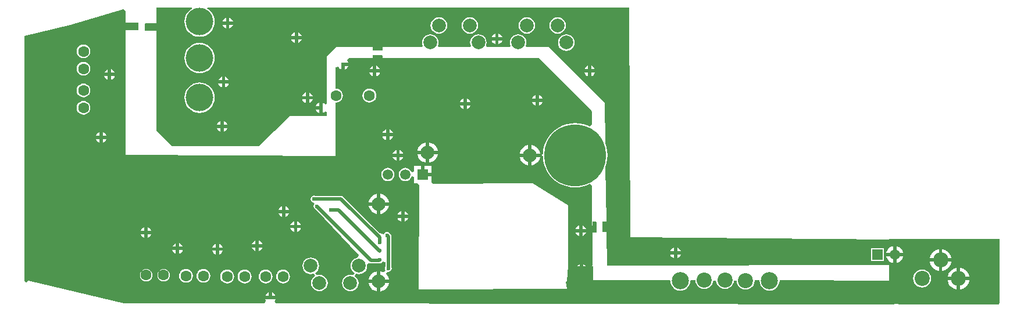
<source format=gbl>
%FSLAX44Y44*%
%MOMM*%
G71*
G01*
G75*
G04 Layer_Physical_Order=2*
G04 Layer_Color=65280*
G04:AMPARAMS|DCode=10|XSize=1.65mm|YSize=1.4mm|CornerRadius=0.175mm|HoleSize=0mm|Usage=FLASHONLY|Rotation=180.000|XOffset=0mm|YOffset=0mm|HoleType=Round|Shape=RoundedRectangle|*
%AMROUNDEDRECTD10*
21,1,1.6500,1.0500,0,0,180.0*
21,1,1.3000,1.4000,0,0,180.0*
1,1,0.3500,-0.6500,0.5250*
1,1,0.3500,0.6500,0.5250*
1,1,0.3500,0.6500,-0.5250*
1,1,0.3500,-0.6500,-0.5250*
%
%ADD10ROUNDEDRECTD10*%
%ADD11R,1.3000X0.9000*%
%ADD12R,0.9000X1.3000*%
%ADD13R,2.0000X3.0000*%
G04:AMPARAMS|DCode=14|XSize=1mm|YSize=1.25mm|CornerRadius=0.25mm|HoleSize=0mm|Usage=FLASHONLY|Rotation=180.000|XOffset=0mm|YOffset=0mm|HoleType=Round|Shape=RoundedRectangle|*
%AMROUNDEDRECTD14*
21,1,1.0000,0.7500,0,0,180.0*
21,1,0.5000,1.2500,0,0,180.0*
1,1,0.5000,-0.2500,0.3750*
1,1,0.5000,0.2500,0.3750*
1,1,0.5000,0.2500,-0.3750*
1,1,0.5000,-0.2500,-0.3750*
%
%ADD14ROUNDEDRECTD14*%
G04:AMPARAMS|DCode=15|XSize=1mm|YSize=1.25mm|CornerRadius=0.25mm|HoleSize=0mm|Usage=FLASHONLY|Rotation=90.000|XOffset=0mm|YOffset=0mm|HoleType=Round|Shape=RoundedRectangle|*
%AMROUNDEDRECTD15*
21,1,1.0000,0.7500,0,0,90.0*
21,1,0.5000,1.2500,0,0,90.0*
1,1,0.5000,0.3750,0.2500*
1,1,0.5000,0.3750,-0.2500*
1,1,0.5000,-0.3750,-0.2500*
1,1,0.5000,-0.3750,0.2500*
%
%ADD15ROUNDEDRECTD15*%
%ADD16R,0.7000X1.3000*%
%ADD17O,0.3000X1.8000*%
%ADD18O,1.8000X0.3000*%
%ADD19O,3.0000X0.8000*%
%ADD20R,3.0000X0.8000*%
G04:AMPARAMS|DCode=21|XSize=3mm|YSize=1.1mm|CornerRadius=0.275mm|HoleSize=0mm|Usage=FLASHONLY|Rotation=90.000|XOffset=0mm|YOffset=0mm|HoleType=Round|Shape=RoundedRectangle|*
%AMROUNDEDRECTD21*
21,1,3.0000,0.5500,0,0,90.0*
21,1,2.4500,1.1000,0,0,90.0*
1,1,0.5500,0.2750,1.2250*
1,1,0.5500,0.2750,-1.2250*
1,1,0.5500,-0.2750,-1.2250*
1,1,0.5500,-0.2750,1.2250*
%
%ADD21ROUNDEDRECTD21*%
%ADD22R,0.6000X2.1500*%
G04:AMPARAMS|DCode=23|XSize=1.65mm|YSize=1.4mm|CornerRadius=0.175mm|HoleSize=0mm|Usage=FLASHONLY|Rotation=90.000|XOffset=0mm|YOffset=0mm|HoleType=Round|Shape=RoundedRectangle|*
%AMROUNDEDRECTD23*
21,1,1.6500,1.0500,0,0,90.0*
21,1,1.3000,1.4000,0,0,90.0*
1,1,0.3500,0.5250,0.6500*
1,1,0.3500,0.5250,-0.6500*
1,1,0.3500,-0.5250,-0.6500*
1,1,0.3500,-0.5250,0.6500*
%
%ADD23ROUNDEDRECTD23*%
%ADD24C,1.5000*%
%ADD25C,0.5000*%
%ADD26C,0.3000*%
%ADD27C,1.0000*%
%ADD28C,0.7000*%
%ADD29C,2.2000*%
%ADD30C,9.0000*%
%ADD31C,2.0000*%
%ADD32C,1.6000*%
%ADD33C,1.5000*%
%ADD34R,1.5000X1.5000*%
%ADD35C,4.0000*%
%ADD36C,2.5000*%
%ADD37C,0.6000*%
G36*
X1136000Y379000D02*
X1136000D01*
X1136000Y379000D01*
Y364000D01*
X1131195D01*
X1129791Y365424D01*
X1130000Y380000D01*
X1135586D01*
X1136000Y379000D01*
D02*
G37*
G36*
X1185000Y357000D02*
X1562264Y354098D01*
X1562267Y355000D01*
X1723000D01*
Y262000D01*
X1722200Y259000D01*
X1581725D01*
X1569771Y259606D01*
X1569169Y259005D01*
X669163Y260606D01*
X667397Y264196D01*
X667988Y264965D01*
X668624Y266500D01*
X653376D01*
X654012Y264965D01*
X654583Y264221D01*
X652811Y260636D01*
X448000Y261000D01*
X309000Y294000D01*
X306000Y291000D01*
X303000Y294000D01*
Y651000D01*
X370000Y667000D01*
X446791Y690037D01*
X450000Y687650D01*
Y671000D01*
X469000D01*
Y660000D01*
X450000D01*
Y478000D01*
X756000Y476000D01*
Y553587D01*
X756600Y554113D01*
X759211Y554457D01*
X761643Y555464D01*
X763732Y557067D01*
X765335Y559156D01*
X766343Y561589D01*
X766686Y564199D01*
X766343Y566810D01*
X765335Y569243D01*
X763732Y571331D01*
X761643Y572934D01*
X759211Y573942D01*
X756600Y574286D01*
X756000Y574812D01*
Y605400D01*
X759923Y606180D01*
X760012Y605965D01*
X761294Y604294D01*
X762965Y603012D01*
X764500Y602376D01*
Y610000D01*
X767000D01*
Y612500D01*
X774624D01*
X773988Y614035D01*
X772931Y615412D01*
X773740Y617053D01*
X775234Y619000D01*
X810000D01*
Y623000D01*
X824000D01*
X825000Y622000D01*
Y619000D01*
X1052000D01*
X1129000Y541000D01*
X1129087Y521319D01*
X1125695Y519199D01*
X1123025Y520516D01*
X1117191Y522496D01*
X1111148Y523698D01*
X1105000Y524101D01*
X1098852Y523698D01*
X1092809Y522496D01*
X1086975Y520516D01*
X1081450Y517790D01*
X1076327Y514368D01*
X1071695Y510305D01*
X1067632Y505673D01*
X1064210Y500550D01*
X1061485Y495025D01*
X1059504Y489191D01*
X1058302Y483148D01*
X1057971Y478093D01*
X1056339Y478066D01*
Y475934D01*
X1057971Y475907D01*
X1058302Y470852D01*
X1059504Y464809D01*
X1061485Y458975D01*
X1064210Y453450D01*
X1067632Y448327D01*
X1071695Y443695D01*
X1076327Y439632D01*
X1081450Y436209D01*
X1086975Y433484D01*
X1092809Y431504D01*
X1098852Y430302D01*
X1105000Y429899D01*
X1111148Y430302D01*
X1117191Y431504D01*
X1123025Y433484D01*
X1126075Y434989D01*
X1129476Y432884D01*
X1129987Y316835D01*
X1128393Y315233D01*
X1130417D01*
X1130417Y315233D01*
X1130417Y315233D01*
X1131000Y315037D01*
Y294917D01*
X1242776Y294684D01*
X1243375Y294000D01*
X1243873Y290215D01*
X1245334Y286687D01*
X1247658Y283659D01*
X1250687Y281334D01*
X1254215Y279873D01*
X1258000Y279375D01*
X1261785Y279873D01*
X1265313Y281334D01*
X1268342Y283659D01*
X1270666Y286687D01*
X1272127Y290215D01*
X1272625Y294000D01*
X1273171Y294621D01*
X1279940Y294607D01*
X1280335Y291606D01*
X1281644Y288444D01*
X1283728Y285728D01*
X1286444Y283645D01*
X1289606Y282335D01*
X1293000Y281888D01*
X1296394Y282335D01*
X1299556Y283645D01*
X1302272Y285728D01*
X1304355Y288444D01*
X1305665Y291606D01*
X1306000Y294148D01*
X1310000D01*
X1310335Y291606D01*
X1311644Y288444D01*
X1313728Y285728D01*
X1316444Y283645D01*
X1319606Y282335D01*
X1323000Y281888D01*
X1326394Y282335D01*
X1329556Y283645D01*
X1332272Y285728D01*
X1334355Y288444D01*
X1335665Y291606D01*
X1335934Y293648D01*
X1339934D01*
X1340335Y290606D01*
X1341644Y287444D01*
X1343728Y284728D01*
X1346444Y282645D01*
X1349606Y281335D01*
X1353000Y280888D01*
X1356394Y281335D01*
X1359556Y282645D01*
X1362272Y284728D01*
X1364355Y287444D01*
X1365665Y290606D01*
X1366112Y294000D01*
X1366488Y294427D01*
X1373013Y294414D01*
X1373375Y294000D01*
X1373873Y290215D01*
X1375334Y286687D01*
X1377659Y283659D01*
X1380688Y281334D01*
X1384215Y279873D01*
X1388000Y279375D01*
X1391785Y279873D01*
X1395313Y281334D01*
X1398342Y283659D01*
X1400666Y286687D01*
X1402127Y290215D01*
X1402625Y294000D01*
X1402934Y294352D01*
X1562095Y294021D01*
X1562160Y316972D01*
X1151000Y316000D01*
X1150378Y365378D01*
X1150000Y365000D01*
X1145000D01*
Y380000D01*
X1150193D01*
X1149173Y460913D01*
X1150496Y464809D01*
X1151698Y470852D01*
X1152101Y477000D01*
X1151698Y483148D01*
X1150496Y489191D01*
X1148752Y494328D01*
X1148000Y554000D01*
X1067000Y635000D01*
X1034096D01*
X1032985Y636663D01*
X1033691Y638368D01*
X1034104Y641500D01*
X1033691Y644633D01*
X1032482Y647552D01*
X1030559Y650059D01*
X1028052Y651982D01*
X1025133Y653191D01*
X1022000Y653604D01*
X1018867Y653191D01*
X1015948Y651982D01*
X1013442Y650059D01*
X1011518Y647552D01*
X1010309Y644633D01*
X1009896Y641500D01*
X1010309Y638368D01*
X1011015Y636663D01*
X1009904Y635000D01*
X976096D01*
X974985Y636663D01*
X975691Y638368D01*
X976104Y641500D01*
X975691Y644633D01*
X974482Y647552D01*
X972558Y650059D01*
X970052Y651982D01*
X967133Y653191D01*
X964000Y653604D01*
X960867Y653191D01*
X957948Y651982D01*
X955441Y650059D01*
X953518Y647552D01*
X952309Y644633D01*
X951896Y641500D01*
X952309Y638368D01*
X953015Y636663D01*
X951904Y635000D01*
X906096D01*
X904985Y636663D01*
X905691Y638368D01*
X906104Y641500D01*
X905691Y644633D01*
X904482Y647552D01*
X902559Y650059D01*
X900052Y651982D01*
X897133Y653191D01*
X894000Y653604D01*
X890867Y653191D01*
X887948Y651982D01*
X885442Y650059D01*
X883518Y647552D01*
X882309Y644633D01*
X881897Y641500D01*
X882309Y638368D01*
X883015Y636663D01*
X881904Y635000D01*
X825000D01*
Y630000D01*
X810000D01*
Y635000D01*
X757000D01*
X743000Y621000D01*
Y551827D01*
X741106Y551184D01*
X740706Y551706D01*
X739035Y552988D01*
X737500Y553624D01*
Y546000D01*
Y538376D01*
X739035Y539012D01*
X740706Y540294D01*
X741106Y540816D01*
X743000Y540173D01*
Y534000D01*
X690000D01*
X644000Y490000D01*
X518000D01*
X495000Y513000D01*
Y659718D01*
X494282Y659000D01*
X478000D01*
Y669000D01*
X479000Y670000D01*
X495000D01*
Y693000D01*
X546503D01*
X546989Y691060D01*
X545718Y690381D01*
X542368Y687631D01*
X539619Y684281D01*
X537576Y680460D01*
X536318Y676312D01*
X535893Y672000D01*
X536318Y667687D01*
X537576Y663540D01*
X539619Y659718D01*
X542368Y656368D01*
X545718Y653619D01*
X549540Y651576D01*
X553687Y650318D01*
X558000Y649893D01*
X562313Y650318D01*
X566460Y651576D01*
X570281Y653619D01*
X573631Y656368D01*
X576381Y659718D01*
X578423Y663540D01*
X579681Y667687D01*
X580106Y672000D01*
X579681Y676312D01*
X578423Y680460D01*
X576381Y684281D01*
X573631Y687631D01*
X570281Y690381D01*
X569011Y691060D01*
X569496Y693000D01*
X1184000D01*
X1185000Y357000D01*
D02*
G37*
%LPC*%
G36*
X695500Y370500D02*
X690376D01*
X691012Y368965D01*
X692294Y367294D01*
X693966Y366012D01*
X695500Y365376D01*
Y370500D01*
D02*
G37*
G36*
X1110500Y364500D02*
X1105376D01*
X1106012Y362966D01*
X1107294Y361294D01*
X1108966Y360012D01*
X1110500Y359376D01*
Y364500D01*
D02*
G37*
G36*
X1120624D02*
X1115500D01*
Y359376D01*
X1117035Y360012D01*
X1118706Y361294D01*
X1119988Y362966D01*
X1120624Y364500D01*
D02*
G37*
G36*
X1110500Y374624D02*
X1108966Y373988D01*
X1107294Y372706D01*
X1106012Y371035D01*
X1105376Y369500D01*
X1110500D01*
Y374624D01*
D02*
G37*
G36*
X1115500D02*
Y369500D01*
X1120624D01*
X1119988Y371035D01*
X1118706Y372706D01*
X1117035Y373988D01*
X1115500Y374624D01*
D02*
G37*
G36*
X482500Y371624D02*
Y366500D01*
X487624D01*
X486988Y368035D01*
X485706Y369706D01*
X484035Y370988D01*
X482500Y371624D01*
D02*
G37*
G36*
X705624Y370500D02*
X700500D01*
Y365376D01*
X702035Y366012D01*
X703706Y367294D01*
X704988Y368965D01*
X705624Y370500D01*
D02*
G37*
G36*
X477500Y371624D02*
X475965Y370988D01*
X474294Y369706D01*
X473012Y368035D01*
X472376Y366500D01*
X477500D01*
Y371624D01*
D02*
G37*
G36*
X523500Y348624D02*
X521965Y347988D01*
X520294Y346706D01*
X519012Y345034D01*
X518376Y343500D01*
X523500D01*
Y348624D01*
D02*
G37*
G36*
X528500D02*
Y343500D01*
X533624D01*
X532988Y345034D01*
X531706Y346706D01*
X530034Y347988D01*
X528500Y348624D01*
D02*
G37*
G36*
X586500Y347624D02*
Y342500D01*
X591624D01*
X590988Y344035D01*
X589706Y345706D01*
X588035Y346988D01*
X586500Y347624D01*
D02*
G37*
G36*
X649624Y342500D02*
X644500D01*
Y337376D01*
X646034Y338012D01*
X647706Y339294D01*
X648988Y340965D01*
X649624Y342500D01*
D02*
G37*
G36*
X581500Y347624D02*
X579966Y346988D01*
X578295Y345706D01*
X577012Y344035D01*
X576377Y342500D01*
X581500D01*
Y347624D01*
D02*
G37*
G36*
X477500Y361500D02*
X472376D01*
X473012Y359966D01*
X474294Y358294D01*
X475965Y357012D01*
X477500Y356376D01*
Y361500D01*
D02*
G37*
G36*
X487624D02*
X482500D01*
Y356376D01*
X484035Y357012D01*
X485706Y358294D01*
X486988Y359966D01*
X487624Y361500D01*
D02*
G37*
G36*
X644500Y352624D02*
Y347500D01*
X649624D01*
X648988Y349035D01*
X647706Y350706D01*
X646034Y351988D01*
X644500Y352624D01*
D02*
G37*
G36*
X1567900Y344279D02*
X1567137Y344178D01*
X1565563Y343526D01*
D01*
X1564096Y342919D01*
X1561485Y340915D01*
X1559481Y338304D01*
X1558222Y335263D01*
X1558121Y334500D01*
X1567900D01*
Y344279D01*
D02*
G37*
G36*
X639500Y352624D02*
X637966Y351988D01*
X636294Y350706D01*
X635012Y349035D01*
X634376Y347500D01*
X639500D01*
Y352624D01*
D02*
G37*
G36*
X816500Y420826D02*
X816059Y420783D01*
X813232Y419925D01*
X810626Y418532D01*
X808342Y416658D01*
X806468Y414374D01*
X805075Y411768D01*
X804217Y408941D01*
X804174Y408500D01*
X816500D01*
Y420826D01*
D02*
G37*
G36*
X821500D02*
Y408500D01*
X833826D01*
X833783Y408941D01*
X832925Y411768D01*
X831532Y414374D01*
X829658Y416658D01*
X827374Y418532D01*
X824768Y419925D01*
X821941Y420783D01*
X821500Y420826D01*
D02*
G37*
G36*
X678000Y402624D02*
X676465Y401988D01*
X674794Y400706D01*
X673512Y399035D01*
X672876Y397500D01*
X678000D01*
Y402624D01*
D02*
G37*
G36*
X683000D02*
Y397500D01*
X688123D01*
X687488Y399035D01*
X686206Y400706D01*
X684534Y401988D01*
X683000Y402624D01*
D02*
G37*
G36*
X832200Y458582D02*
X829720Y458256D01*
X827409Y457299D01*
X825424Y455776D01*
X823902Y453791D01*
X822944Y451480D01*
X822618Y449000D01*
X822944Y446520D01*
X823902Y444209D01*
X825424Y442225D01*
X827409Y440702D01*
X829720Y439745D01*
X832200Y439418D01*
X834680Y439745D01*
X836991Y440702D01*
X838975Y442225D01*
X840498Y444209D01*
X841455Y446520D01*
X841782Y449000D01*
X841455Y451480D01*
X840498Y453791D01*
X838975Y455776D01*
X836991Y457299D01*
X834680Y458256D01*
X832200Y458582D01*
D02*
G37*
G36*
X1036500Y474500D02*
X1024174D01*
X1024217Y474059D01*
X1025075Y471232D01*
X1026468Y468626D01*
X1028342Y466342D01*
X1030626Y464468D01*
X1033232Y463075D01*
X1036059Y462217D01*
X1036500Y462174D01*
Y474500D01*
D02*
G37*
G36*
X1053826D02*
X1041500D01*
Y462174D01*
X1041941Y462217D01*
X1044768Y463075D01*
X1047374Y464468D01*
X1049658Y466342D01*
X1051532Y468626D01*
X1052925Y471232D01*
X1053783Y474059D01*
X1053826Y474500D01*
D02*
G37*
G36*
X895500Y461500D02*
X885500D01*
Y451500D01*
X895500D01*
Y461500D01*
D02*
G37*
G36*
X880500D02*
X870500D01*
Y452933D01*
X866577Y452153D01*
X865898Y453791D01*
X864375Y455776D01*
X862391Y457299D01*
X860080Y458256D01*
X857600Y458582D01*
X855120Y458256D01*
X852809Y457299D01*
X850824Y455776D01*
X849302Y453791D01*
X848344Y451480D01*
X848018Y449000D01*
X848344Y446520D01*
X849302Y444209D01*
X850824Y442225D01*
X852809Y440702D01*
X855120Y439745D01*
X857600Y439418D01*
X860080Y439745D01*
X862391Y440702D01*
X864375Y442225D01*
X865898Y444209D01*
X866577Y445848D01*
X870500Y445067D01*
Y436500D01*
X875172D01*
X877991Y433663D01*
X877000Y281000D01*
X1093000Y282000D01*
X1091468Y291961D01*
X1093139Y293904D01*
X1095000Y315233D01*
Y404000D01*
X1043000Y436000D01*
X898337Y435123D01*
X895500Y437943D01*
Y446500D01*
X883000D01*
Y449000D01*
X880500D01*
Y461500D01*
D02*
G37*
G36*
X833826Y403500D02*
X821500D01*
Y391174D01*
X821941Y391217D01*
X824768Y392075D01*
X827374Y393468D01*
X829658Y395342D01*
X831532Y397626D01*
X832925Y400232D01*
X833783Y403060D01*
X833826Y403500D01*
D02*
G37*
G36*
X851500Y385500D02*
X846376D01*
X847012Y383965D01*
X848294Y382294D01*
X849966Y381012D01*
X851500Y380376D01*
Y385500D01*
D02*
G37*
G36*
X861624D02*
X856500D01*
Y380376D01*
X858035Y381012D01*
X859706Y382294D01*
X860988Y383965D01*
X861624Y385500D01*
D02*
G37*
G36*
X695500Y380624D02*
X693966Y379988D01*
X692294Y378706D01*
X691012Y377034D01*
X690376Y375500D01*
X695500D01*
Y380624D01*
D02*
G37*
G36*
X700500D02*
Y375500D01*
X705624D01*
X704988Y377034D01*
X703706Y378706D01*
X702035Y379988D01*
X700500Y380624D01*
D02*
G37*
G36*
X678000Y392500D02*
X672876D01*
X673512Y390965D01*
X674794Y389294D01*
X676465Y388012D01*
X678000Y387376D01*
Y392500D01*
D02*
G37*
G36*
X856500Y395624D02*
Y390500D01*
X861624D01*
X860988Y392034D01*
X859706Y393706D01*
X858035Y394988D01*
X856500Y395624D01*
D02*
G37*
G36*
X816500Y403500D02*
X804174D01*
X804217Y403060D01*
X805075Y400232D01*
X806468Y397626D01*
X808342Y395342D01*
X810626Y393468D01*
X813232Y392075D01*
X816059Y391217D01*
X816500Y391174D01*
Y403500D01*
D02*
G37*
G36*
X688123Y392500D02*
X683000D01*
Y387376D01*
X684534Y388012D01*
X686206Y389294D01*
X687488Y390965D01*
X688123Y392500D01*
D02*
G37*
G36*
X851500Y395624D02*
X849966Y394988D01*
X848294Y393706D01*
X847012Y392034D01*
X846376Y390500D01*
X851500D01*
Y395624D01*
D02*
G37*
G36*
X639500Y342500D02*
X634376D01*
X635012Y340965D01*
X636294Y339294D01*
X637966Y338012D01*
X639500Y337376D01*
Y342500D01*
D02*
G37*
G36*
X538300Y311086D02*
X535690Y310743D01*
X533257Y309735D01*
X531168Y308132D01*
X529565Y306043D01*
X528557Y303610D01*
X528214Y301000D01*
X528557Y298389D01*
X529565Y295957D01*
X531168Y293868D01*
X533257Y292265D01*
X535690Y291257D01*
X538300Y290914D01*
X540910Y291257D01*
X543343Y292265D01*
X545432Y293868D01*
X547035Y295957D01*
X548043Y298389D01*
X548386Y301000D01*
X548043Y303610D01*
X547035Y306043D01*
X545432Y308132D01*
X543343Y309735D01*
X540910Y310743D01*
X538300Y311086D01*
D02*
G37*
G36*
X563700D02*
X561090Y310743D01*
X558657Y309735D01*
X556568Y308132D01*
X554965Y306043D01*
X553957Y303610D01*
X553614Y301000D01*
X553957Y298389D01*
X554965Y295957D01*
X556568Y293868D01*
X558657Y292265D01*
X561090Y291257D01*
X563700Y290914D01*
X566311Y291257D01*
X568743Y292265D01*
X570832Y293868D01*
X572435Y295957D01*
X573443Y298389D01*
X573786Y301000D01*
X573443Y303610D01*
X572435Y306043D01*
X570832Y308132D01*
X568743Y309735D01*
X566311Y310743D01*
X563700Y311086D01*
D02*
G37*
G36*
X654300Y310086D02*
X651689Y309743D01*
X649257Y308735D01*
X647168Y307132D01*
X645565Y305043D01*
X644557Y302610D01*
X644213Y300000D01*
X644557Y297390D01*
X645565Y294957D01*
X647168Y292868D01*
X649257Y291265D01*
X651689Y290257D01*
X654300Y289914D01*
X656910Y290257D01*
X659343Y291265D01*
X661432Y292868D01*
X663035Y294957D01*
X664042Y297390D01*
X664386Y300000D01*
X664042Y302610D01*
X663035Y305043D01*
X661432Y307132D01*
X659343Y308735D01*
X656910Y309743D01*
X654300Y310086D01*
D02*
G37*
G36*
X679700D02*
X677089Y309743D01*
X674657Y308735D01*
X672568Y307132D01*
X670965Y305043D01*
X669957Y302610D01*
X669613Y300000D01*
X669957Y297390D01*
X670965Y294957D01*
X672568Y292868D01*
X674657Y291265D01*
X677089Y290257D01*
X679700Y289914D01*
X682310Y290257D01*
X684743Y291265D01*
X686832Y292868D01*
X688435Y294957D01*
X689442Y297390D01*
X689786Y300000D01*
X689442Y302610D01*
X688435Y305043D01*
X686832Y307132D01*
X684743Y308735D01*
X682310Y309743D01*
X679700Y310086D01*
D02*
G37*
G36*
X480300Y311078D02*
X477950Y310768D01*
X475761Y309862D01*
X473881Y308419D01*
X472438Y306539D01*
X471531Y304349D01*
X471222Y302000D01*
X471531Y299650D01*
X472438Y297461D01*
X473881Y295581D01*
X475761Y294139D01*
X477950Y293232D01*
X480300Y292922D01*
X482649Y293232D01*
X484839Y294139D01*
X486719Y295581D01*
X488161Y297461D01*
X489068Y299650D01*
X489377Y302000D01*
X489068Y304349D01*
X488161Y306539D01*
X486719Y308419D01*
X484839Y309862D01*
X482649Y310768D01*
X480300Y311078D01*
D02*
G37*
G36*
X1660500Y312831D02*
X1659863Y312768D01*
X1656847Y311854D01*
X1654068Y310368D01*
X1651631Y308368D01*
X1649632Y305932D01*
X1648146Y303153D01*
X1647231Y300137D01*
X1647169Y299500D01*
X1660500D01*
Y312831D01*
D02*
G37*
G36*
X1665500D02*
Y299500D01*
X1678831D01*
X1678768Y300137D01*
X1677853Y303153D01*
X1676368Y305932D01*
X1674368Y308368D01*
X1671932Y310368D01*
X1669152Y311854D01*
X1666136Y312768D01*
X1665500Y312831D01*
D02*
G37*
G36*
X505700Y311078D02*
X503350Y310768D01*
X501161Y309862D01*
X499281Y308419D01*
X497838Y306539D01*
X496931Y304349D01*
X496622Y302000D01*
X496931Y299650D01*
X497838Y297461D01*
X499281Y295581D01*
X501161Y294139D01*
X503350Y293232D01*
X505700Y292922D01*
X508049Y293232D01*
X510239Y294139D01*
X512119Y295581D01*
X513561Y297461D01*
X514468Y299650D01*
X514777Y302000D01*
X514468Y304349D01*
X513561Y306539D01*
X512119Y308419D01*
X510239Y309862D01*
X508049Y310768D01*
X505700Y311078D01*
D02*
G37*
G36*
X816500Y307826D02*
X816059Y307783D01*
X813232Y306925D01*
X810626Y305532D01*
X808342Y303658D01*
X806468Y301374D01*
X805075Y298768D01*
X804217Y295940D01*
X804174Y295500D01*
X816500D01*
Y307826D01*
D02*
G37*
G36*
X623700Y310086D02*
X621089Y309743D01*
X618657Y308735D01*
X616568Y307132D01*
X614965Y305043D01*
X613957Y302610D01*
X613614Y300000D01*
X613957Y297390D01*
X614965Y294957D01*
X616568Y292868D01*
X618657Y291265D01*
X621089Y290257D01*
X623700Y289914D01*
X626310Y290257D01*
X628743Y291265D01*
X630832Y292868D01*
X632435Y294957D01*
X633442Y297390D01*
X633786Y300000D01*
X633442Y302610D01*
X632435Y305043D01*
X630832Y307132D01*
X628743Y308735D01*
X626310Y309743D01*
X623700Y310086D01*
D02*
G37*
G36*
X816500Y290500D02*
X804174D01*
X804217Y290060D01*
X805075Y287232D01*
X806468Y284626D01*
X808342Y282342D01*
X810626Y280468D01*
X813232Y279075D01*
X816059Y278217D01*
X816500Y278174D01*
Y290500D01*
D02*
G37*
G36*
X833826D02*
X821500D01*
Y278174D01*
X821941Y278217D01*
X824768Y279075D01*
X827374Y280468D01*
X829658Y282342D01*
X831532Y284626D01*
X832925Y287232D01*
X833783Y290060D01*
X833826Y290500D01*
D02*
G37*
G36*
X658500Y276624D02*
X656965Y275988D01*
X655294Y274706D01*
X654012Y273034D01*
X653376Y271500D01*
X658500D01*
Y276624D01*
D02*
G37*
G36*
X663500D02*
Y271500D01*
X668624D01*
X667988Y273034D01*
X666706Y274706D01*
X665034Y275988D01*
X663500Y276624D01*
D02*
G37*
G36*
X720000Y327603D02*
X716867Y327191D01*
X713948Y325982D01*
X711441Y324058D01*
X709518Y321552D01*
X708309Y318633D01*
X707896Y315500D01*
X708309Y312367D01*
X709518Y309448D01*
X711441Y306941D01*
X713948Y305018D01*
X716867Y303809D01*
X720000Y303396D01*
X723132Y303809D01*
X724187Y304245D01*
X724297Y304055D01*
Y304055D01*
X726187Y300781D01*
X723942Y299059D01*
X722018Y296552D01*
X720809Y293633D01*
X720397Y290500D01*
X720809Y287367D01*
X722018Y284448D01*
X723942Y281942D01*
X726448Y280018D01*
X729368Y278809D01*
X732500Y278397D01*
X735633Y278809D01*
X738552Y280018D01*
X741059Y281942D01*
X742982Y284448D01*
X744191Y287367D01*
X744604Y290500D01*
X744191Y293633D01*
X742982Y296552D01*
X741059Y299059D01*
X738552Y300982D01*
X735633Y302191D01*
X732500Y302604D01*
X729368Y302191D01*
X728313Y301755D01*
X728203Y301945D01*
Y301946D01*
X726313Y305219D01*
X728558Y306941D01*
X730482Y309448D01*
X731691Y312367D01*
X732103Y315500D01*
X731691Y318633D01*
X730482Y321552D01*
X728558Y324058D01*
X726052Y325982D01*
X723132Y327191D01*
X720000Y327603D01*
D02*
G37*
G36*
X1610000Y310112D02*
X1606606Y309665D01*
X1603444Y308356D01*
X1600728Y306272D01*
X1598645Y303556D01*
X1597335Y300394D01*
X1596888Y297000D01*
X1597335Y293606D01*
X1598645Y290444D01*
X1600728Y287728D01*
X1603444Y285644D01*
X1606606Y284335D01*
X1610000Y283888D01*
X1613394Y284335D01*
X1616556Y285644D01*
X1619272Y287728D01*
X1621356Y290444D01*
X1622666Y293606D01*
X1623112Y297000D01*
X1622666Y300394D01*
X1621356Y303556D01*
X1619272Y306272D01*
X1616556Y308356D01*
X1613394Y309665D01*
X1610000Y310112D01*
D02*
G37*
G36*
X598300Y310086D02*
X595689Y309743D01*
X593257Y308735D01*
X591168Y307132D01*
X589565Y305043D01*
X588557Y302610D01*
X588214Y300000D01*
X588557Y297390D01*
X589565Y294957D01*
X591168Y292868D01*
X593257Y291265D01*
X595689Y290257D01*
X598300Y289914D01*
X600910Y290257D01*
X603343Y291265D01*
X605432Y292868D01*
X607035Y294957D01*
X608042Y297390D01*
X608386Y300000D01*
X608042Y302610D01*
X607035Y305043D01*
X605432Y307132D01*
X603343Y308735D01*
X600910Y309743D01*
X598300Y310086D01*
D02*
G37*
G36*
X1660500Y294500D02*
X1647169D01*
X1647231Y293863D01*
X1648146Y290847D01*
X1649632Y288068D01*
X1651631Y285632D01*
X1654068Y283632D01*
X1656847Y282146D01*
X1659863Y281231D01*
X1660500Y281169D01*
Y294500D01*
D02*
G37*
G36*
X1678831D02*
X1665500D01*
Y281169D01*
X1666136Y281231D01*
X1669152Y282146D01*
X1671932Y283632D01*
X1674368Y285632D01*
X1676368Y288068D01*
X1677853Y290847D01*
X1678768Y293863D01*
X1678831Y294500D01*
D02*
G37*
G36*
X581500Y337500D02*
X576377D01*
X577012Y335966D01*
X578295Y334295D01*
X579966Y333012D01*
X581500Y332377D01*
Y337500D01*
D02*
G37*
G36*
X591624D02*
X586500D01*
Y332377D01*
X588035Y333012D01*
X589706Y334295D01*
X590988Y335966D01*
X591624Y337500D01*
D02*
G37*
G36*
X1248600Y332011D02*
X1243476D01*
X1244112Y330477D01*
X1245394Y328806D01*
X1247066Y327523D01*
X1248600Y326888D01*
Y332011D01*
D02*
G37*
G36*
X1258724D02*
X1253600D01*
Y326888D01*
X1255135Y327523D01*
X1256806Y328806D01*
X1258088Y330477D01*
X1258724Y332011D01*
D02*
G37*
G36*
X523500Y338500D02*
X518376D01*
X519012Y336965D01*
X520294Y335294D01*
X521965Y334012D01*
X523500Y333376D01*
Y338500D01*
D02*
G37*
G36*
X1248600Y342135D02*
X1247066Y341499D01*
X1245394Y340217D01*
X1244112Y338546D01*
X1243476Y337011D01*
X1248600D01*
Y342135D01*
D02*
G37*
G36*
X1253600D02*
Y337011D01*
X1258724D01*
X1258088Y338546D01*
X1256806Y340217D01*
X1255135Y341499D01*
X1253600Y342135D01*
D02*
G37*
G36*
X533624Y338500D02*
X528500D01*
Y333376D01*
X530034Y334012D01*
X531706Y335294D01*
X532988Y336965D01*
X533624Y338500D01*
D02*
G37*
G36*
X1572900Y344279D02*
Y334500D01*
X1582679D01*
X1582578Y335263D01*
X1581319Y338304D01*
X1579315Y340915D01*
X1576704Y342919D01*
X1573663Y344178D01*
X1572900Y344279D01*
D02*
G37*
G36*
X1639500Y339831D02*
Y326500D01*
X1652831D01*
X1652768Y327137D01*
X1651853Y330153D01*
X1650368Y332932D01*
X1648368Y335369D01*
X1645932Y337368D01*
X1643152Y338854D01*
X1640136Y339769D01*
X1639500Y339831D01*
D02*
G37*
G36*
X1652831Y321500D02*
X1639500D01*
Y308169D01*
X1640136Y308232D01*
X1643152Y309147D01*
X1645932Y310632D01*
X1648368Y312632D01*
X1650368Y315068D01*
X1651853Y317848D01*
X1652768Y320864D01*
X1652831Y321500D01*
D02*
G37*
G36*
X1111500Y317624D02*
X1109966Y316988D01*
X1108294Y315706D01*
X1107932Y315233D01*
X1111500D01*
Y317624D01*
D02*
G37*
G36*
X725000Y418098D02*
X723049Y417710D01*
X721395Y416605D01*
X720290Y414951D01*
X719902Y413000D01*
X720290Y411049D01*
X721395Y409395D01*
X723049Y408290D01*
X723049Y408290D01*
X723049D01*
X725395Y406105D01*
X724290Y404451D01*
X723902Y402500D01*
X724290Y400549D01*
X725395Y398895D01*
X727049Y397790D01*
X727264Y397747D01*
X789888Y331179D01*
X788544Y327412D01*
X786868Y327191D01*
X783948Y325982D01*
X781442Y324058D01*
X779518Y321552D01*
X778309Y318633D01*
X777897Y315500D01*
X778309Y312367D01*
X779518Y309448D01*
X781442Y306941D01*
X783687Y305219D01*
X781797Y301946D01*
Y301945D01*
X781687Y301755D01*
X780632Y302191D01*
X777500Y302604D01*
X774367Y302191D01*
X771448Y300982D01*
X768941Y299059D01*
X767018Y296552D01*
X765809Y293633D01*
X765396Y290500D01*
X765809Y287367D01*
X767018Y284448D01*
X768941Y281942D01*
X771448Y280018D01*
X774367Y278809D01*
X777500Y278397D01*
X780632Y278809D01*
X783552Y280018D01*
X786058Y281942D01*
X787982Y284448D01*
X789191Y287367D01*
X789603Y290500D01*
X789191Y293633D01*
X787982Y296552D01*
X786058Y299059D01*
X783813Y300781D01*
X785703Y304055D01*
Y304055D01*
X785813Y304245D01*
X786868Y303809D01*
X790000Y303396D01*
X793133Y303809D01*
X796052Y305018D01*
X798559Y306941D01*
X800482Y309448D01*
X801691Y312367D01*
X802104Y315500D01*
X801782Y317943D01*
X805179Y320056D01*
X805994Y319511D01*
X807750Y319162D01*
X818694D01*
X820000Y318902D01*
X821951Y319290D01*
X823605Y320395D01*
X824584Y321861D01*
X828412Y320700D01*
Y314133D01*
X828290Y313951D01*
X827902Y312000D01*
X828290Y310049D01*
X828921Y309105D01*
X826235Y306141D01*
X824768Y306925D01*
X821941Y307783D01*
X821500Y307826D01*
Y295500D01*
X833826D01*
X833783Y295940D01*
X832925Y298768D01*
X831532Y301374D01*
X829658Y303658D01*
X832416Y307018D01*
X833000Y306902D01*
X834951Y307290D01*
X836605Y308395D01*
X837710Y310049D01*
X838098Y312000D01*
X837710Y313951D01*
X837588Y314133D01*
Y358000D01*
X837239Y359756D01*
X836244Y361244D01*
X835753Y361736D01*
X835710Y361951D01*
X834605Y363605D01*
X832951Y364710D01*
X831000Y365098D01*
X829049Y364710D01*
X827395Y363605D01*
X826290Y361951D01*
X820358Y363131D01*
X767244Y416244D01*
X765756Y417239D01*
X764000Y417588D01*
X727133D01*
X726951Y417710D01*
X725000Y418098D01*
D02*
G37*
G36*
X1634500Y321500D02*
X1621169D01*
X1621231Y320864D01*
X1622146Y317848D01*
X1623632Y315068D01*
X1625631Y312632D01*
X1628068Y310632D01*
X1630847Y309147D01*
X1633863Y308232D01*
X1634500Y308169D01*
Y321500D01*
D02*
G37*
G36*
X1116500Y317624D02*
Y315233D01*
X1120068D01*
X1119706Y315706D01*
X1118035Y316988D01*
X1116500Y317624D01*
D02*
G37*
G36*
X1554500Y341500D02*
X1535500D01*
Y322500D01*
X1554500D01*
Y341500D01*
D02*
G37*
G36*
X1634500Y339831D02*
X1633863Y339769D01*
X1630847Y338854D01*
X1628068Y337368D01*
X1625631Y335369D01*
X1623632Y332932D01*
X1622146Y330153D01*
X1621231Y327137D01*
X1621169Y326500D01*
X1634500D01*
Y339831D01*
D02*
G37*
G36*
X1567900Y329500D02*
X1558121D01*
X1558222Y328737D01*
X1559481Y325696D01*
X1561485Y323085D01*
X1564096Y321081D01*
X1565493Y320503D01*
X1567137Y319822D01*
X1567900Y319721D01*
Y329500D01*
D02*
G37*
G36*
X1582679D02*
X1572900D01*
Y319721D01*
X1573663Y319822D01*
X1576704Y321081D01*
X1579315Y323085D01*
X1581319Y325696D01*
X1582578Y328737D01*
X1582679Y329500D01*
D02*
G37*
G36*
X558000Y641107D02*
X553687Y640682D01*
X549540Y639424D01*
X545718Y637381D01*
X542368Y634632D01*
X539619Y631282D01*
X537576Y627460D01*
X536318Y623313D01*
X535893Y619000D01*
X536318Y614687D01*
X537576Y610540D01*
X539619Y606718D01*
X542368Y603368D01*
X545718Y600619D01*
X549540Y598577D01*
X553687Y597318D01*
X558000Y596894D01*
X562313Y597318D01*
X566460Y598577D01*
X570281Y600619D01*
X573631Y603368D01*
X576381Y606718D01*
X578423Y610540D01*
X579681Y614687D01*
X580106Y619000D01*
X579681Y623313D01*
X578423Y627460D01*
X576381Y631282D01*
X573631Y634632D01*
X570281Y637381D01*
X566460Y639424D01*
X562313Y640682D01*
X558000Y641107D01*
D02*
G37*
G36*
X424500Y602624D02*
X422965Y601988D01*
X421294Y600706D01*
X420012Y599035D01*
X419376Y597500D01*
X424500D01*
Y602624D01*
D02*
G37*
G36*
X1133624Y597500D02*
X1128500D01*
Y592376D01*
X1130034Y593012D01*
X1131706Y594294D01*
X1132988Y595965D01*
X1133624Y597500D01*
D02*
G37*
G36*
X389000Y613386D02*
X386390Y613043D01*
X383957Y612035D01*
X381868Y610432D01*
X380265Y608343D01*
X379257Y605911D01*
X378914Y603300D01*
X379257Y600690D01*
X380265Y598257D01*
X381868Y596168D01*
X383957Y594565D01*
X386390Y593558D01*
X389000Y593214D01*
X391610Y593558D01*
X394043Y594565D01*
X396132Y596168D01*
X397735Y598257D01*
X398743Y600690D01*
X399086Y603300D01*
X398743Y605911D01*
X397735Y608343D01*
X396132Y610432D01*
X394043Y612035D01*
X391610Y613043D01*
X389000Y613386D01*
D02*
G37*
G36*
X429500Y602624D02*
Y597500D01*
X434623D01*
X433988Y599035D01*
X432705Y600706D01*
X431034Y601988D01*
X429500Y602624D01*
D02*
G37*
G36*
X815500Y607624D02*
Y602500D01*
X820624D01*
X819988Y604035D01*
X818706Y605706D01*
X817035Y606988D01*
X815500Y607624D01*
D02*
G37*
G36*
X1123500D02*
X1121965Y606988D01*
X1120294Y605706D01*
X1119012Y604035D01*
X1118376Y602500D01*
X1123500D01*
Y607624D01*
D02*
G37*
G36*
X774624Y607500D02*
X769500D01*
Y602376D01*
X771034Y603012D01*
X772706Y604294D01*
X773988Y605965D01*
X774624Y607500D01*
D02*
G37*
G36*
X810500Y607624D02*
X808966Y606988D01*
X807294Y605706D01*
X806012Y604035D01*
X805376Y602500D01*
X810500D01*
Y607624D01*
D02*
G37*
G36*
X1123500Y597500D02*
X1118376D01*
X1119012Y595965D01*
X1120294Y594294D01*
X1121965Y593012D01*
X1123500Y592376D01*
Y597500D01*
D02*
G37*
G36*
X600624Y581500D02*
X595500D01*
Y576376D01*
X597034Y577012D01*
X598706Y578294D01*
X599988Y579966D01*
X600624Y581500D01*
D02*
G37*
G36*
X590500Y591624D02*
X588965Y590988D01*
X587294Y589706D01*
X586012Y588035D01*
X585376Y586500D01*
X590500D01*
Y591624D01*
D02*
G37*
G36*
X717500Y568624D02*
Y563500D01*
X722624D01*
X721988Y565034D01*
X720706Y566706D01*
X719035Y567988D01*
X717500Y568624D01*
D02*
G37*
G36*
X590500Y581500D02*
X585376D01*
X586012Y579966D01*
X587294Y578294D01*
X588965Y577012D01*
X590500Y576376D01*
Y581500D01*
D02*
G37*
G36*
X595500Y591624D02*
Y586500D01*
X600624D01*
X599988Y588035D01*
X598706Y589706D01*
X597034Y590988D01*
X595500Y591624D01*
D02*
G37*
G36*
X810500Y597500D02*
X805376D01*
X806012Y595965D01*
X807294Y594294D01*
X808966Y593012D01*
X810500Y592376D01*
Y597500D01*
D02*
G37*
G36*
X820624D02*
X815500D01*
Y592376D01*
X817035Y593012D01*
X818706Y594294D01*
X819988Y595965D01*
X820624Y597500D01*
D02*
G37*
G36*
X424500Y592500D02*
X419376D01*
X420012Y590966D01*
X421294Y589295D01*
X422965Y588012D01*
X424500Y587377D01*
Y592500D01*
D02*
G37*
G36*
X434623D02*
X429500D01*
Y587377D01*
X431034Y588012D01*
X432705Y589295D01*
X433988Y590966D01*
X434623Y592500D01*
D02*
G37*
G36*
X951500Y678603D02*
X948367Y678191D01*
X945448Y676982D01*
X942942Y675058D01*
X941018Y672552D01*
X939809Y669632D01*
X939397Y666500D01*
X939809Y663367D01*
X941018Y660448D01*
X942942Y657941D01*
X945448Y656018D01*
X948367Y654809D01*
X951500Y654396D01*
X954633Y654809D01*
X957552Y656018D01*
X960059Y657941D01*
X961982Y660448D01*
X963191Y663367D01*
X963604Y666500D01*
X963191Y669632D01*
X961982Y672552D01*
X960059Y675058D01*
X957552Y676982D01*
X954633Y678191D01*
X951500Y678603D01*
D02*
G37*
G36*
X1034500D02*
X1031367Y678191D01*
X1028448Y676982D01*
X1025941Y675058D01*
X1024018Y672552D01*
X1022809Y669632D01*
X1022396Y666500D01*
X1022809Y663367D01*
X1024018Y660448D01*
X1025941Y657941D01*
X1028448Y656018D01*
X1031367Y654809D01*
X1034500Y654396D01*
X1037633Y654809D01*
X1040552Y656018D01*
X1043058Y657941D01*
X1044982Y660448D01*
X1046191Y663367D01*
X1046603Y666500D01*
X1046191Y669632D01*
X1044982Y672552D01*
X1043058Y675058D01*
X1040552Y676982D01*
X1037633Y678191D01*
X1034500Y678603D01*
D02*
G37*
G36*
X701500Y656624D02*
Y651500D01*
X706624D01*
X705988Y653035D01*
X704706Y654706D01*
X703035Y655988D01*
X701500Y656624D01*
D02*
G37*
G36*
X906500Y678603D02*
X903367Y678191D01*
X900448Y676982D01*
X897941Y675058D01*
X896018Y672552D01*
X894809Y669632D01*
X894396Y666500D01*
X894809Y663367D01*
X896018Y660448D01*
X897941Y657941D01*
X900448Y656018D01*
X903367Y654809D01*
X906500Y654396D01*
X909632Y654809D01*
X912552Y656018D01*
X915058Y657941D01*
X916982Y660448D01*
X918191Y663367D01*
X918604Y666500D01*
X918191Y669632D01*
X916982Y672552D01*
X915058Y675058D01*
X912552Y676982D01*
X909632Y678191D01*
X906500Y678603D01*
D02*
G37*
G36*
X1079500D02*
X1076367Y678191D01*
X1073448Y676982D01*
X1070942Y675058D01*
X1069018Y672552D01*
X1067809Y669632D01*
X1067396Y666500D01*
X1067809Y663367D01*
X1069018Y660448D01*
X1070942Y657941D01*
X1073448Y656018D01*
X1076367Y654809D01*
X1079500Y654396D01*
X1082633Y654809D01*
X1085552Y656018D01*
X1088059Y657941D01*
X1089982Y660448D01*
X1091191Y663367D01*
X1091604Y666500D01*
X1091191Y669632D01*
X1089982Y672552D01*
X1088059Y675058D01*
X1085552Y676982D01*
X1082633Y678191D01*
X1079500Y678603D01*
D02*
G37*
G36*
X596500Y677624D02*
X594966Y676988D01*
X593294Y675706D01*
X592012Y674035D01*
X591376Y672500D01*
X596500D01*
Y677624D01*
D02*
G37*
G36*
X601500D02*
Y672500D01*
X606624D01*
X605988Y674035D01*
X604706Y675706D01*
X603035Y676988D01*
X601500Y677624D01*
D02*
G37*
G36*
X596500Y667500D02*
X591376D01*
X592012Y665965D01*
X593294Y664294D01*
X594966Y663012D01*
X596500Y662376D01*
Y667500D01*
D02*
G37*
G36*
X606624D02*
X601500D01*
Y662376D01*
X603035Y663012D01*
X604706Y664294D01*
X605988Y665965D01*
X606624Y667500D01*
D02*
G37*
G36*
X696500Y656624D02*
X694966Y655988D01*
X693294Y654706D01*
X692012Y653035D01*
X691376Y651500D01*
X696500D01*
Y656624D01*
D02*
G37*
G36*
X1092000Y653604D02*
X1088867Y653191D01*
X1085948Y651982D01*
X1083441Y650059D01*
X1081518Y647552D01*
X1080309Y644633D01*
X1079896Y641500D01*
X1080309Y638368D01*
X1081518Y635448D01*
X1083441Y632942D01*
X1085948Y631018D01*
X1088867Y629809D01*
X1092000Y629397D01*
X1095133Y629809D01*
X1098052Y631018D01*
X1100558Y632942D01*
X1102482Y635448D01*
X1103691Y638368D01*
X1104103Y641500D01*
X1103691Y644633D01*
X1102482Y647552D01*
X1100558Y650059D01*
X1098052Y651982D01*
X1095133Y653191D01*
X1092000Y653604D01*
D02*
G37*
G36*
X988500Y644500D02*
X983376D01*
X984012Y642965D01*
X985294Y641294D01*
X986965Y640012D01*
X988500Y639376D01*
Y644500D01*
D02*
G37*
G36*
X1128500Y607624D02*
Y602500D01*
X1133624D01*
X1132988Y604035D01*
X1131706Y605706D01*
X1130034Y606988D01*
X1128500Y607624D01*
D02*
G37*
G36*
X389000Y638787D02*
X386390Y638443D01*
X383957Y637435D01*
X381868Y635832D01*
X380265Y633743D01*
X379257Y631311D01*
X378914Y628700D01*
X379257Y626090D01*
X380265Y623657D01*
X381868Y621568D01*
X383957Y619965D01*
X386390Y618958D01*
X389000Y618614D01*
X391610Y618958D01*
X394043Y619965D01*
X396132Y621568D01*
X397735Y623657D01*
X398743Y626090D01*
X399086Y628700D01*
X398743Y631311D01*
X397735Y633743D01*
X396132Y635832D01*
X394043Y637435D01*
X391610Y638443D01*
X389000Y638787D01*
D02*
G37*
G36*
X998624Y644500D02*
X993500D01*
Y639376D01*
X995034Y640012D01*
X996706Y641294D01*
X997988Y642965D01*
X998624Y644500D01*
D02*
G37*
G36*
X988500Y654624D02*
X986965Y653988D01*
X985294Y652706D01*
X984012Y651034D01*
X983376Y649500D01*
X988500D01*
Y654624D01*
D02*
G37*
G36*
X993500D02*
Y649500D01*
X998624D01*
X997988Y651034D01*
X996706Y652706D01*
X995034Y653988D01*
X993500Y654624D01*
D02*
G37*
G36*
X696500Y646500D02*
X691376D01*
X692012Y644966D01*
X693294Y643294D01*
X694966Y642012D01*
X696500Y641376D01*
Y646500D01*
D02*
G37*
G36*
X706624D02*
X701500D01*
Y641376D01*
X703035Y642012D01*
X704706Y643294D01*
X705988Y644966D01*
X706624Y646500D01*
D02*
G37*
G36*
X712500Y568624D02*
X710965Y567988D01*
X709294Y566706D01*
X708012Y565034D01*
X707376Y563500D01*
X712500D01*
Y568624D01*
D02*
G37*
G36*
X829500Y504500D02*
X824376D01*
X825012Y502966D01*
X826294Y501294D01*
X827965Y500012D01*
X829500Y499376D01*
Y504500D01*
D02*
G37*
G36*
X839624D02*
X834500D01*
Y499376D01*
X836034Y500012D01*
X837706Y501294D01*
X838988Y502966D01*
X839624Y504500D01*
D02*
G37*
G36*
X412500Y500500D02*
X407377D01*
X408012Y498966D01*
X409295Y497295D01*
X410966Y496012D01*
X412500Y495377D01*
Y500500D01*
D02*
G37*
G36*
X422624D02*
X417500D01*
Y495377D01*
X419035Y496012D01*
X420706Y497295D01*
X421988Y498966D01*
X422624Y500500D01*
D02*
G37*
G36*
X412500Y510624D02*
X410966Y509988D01*
X409295Y508706D01*
X408012Y507035D01*
X407377Y505500D01*
X412500D01*
Y510624D01*
D02*
G37*
G36*
X834500Y514624D02*
Y509500D01*
X839624D01*
X838988Y511035D01*
X837706Y512706D01*
X836034Y513988D01*
X834500Y514624D01*
D02*
G37*
G36*
X588500Y516500D02*
X583376D01*
X584012Y514966D01*
X585294Y513294D01*
X586965Y512012D01*
X588500Y511376D01*
Y516500D01*
D02*
G37*
G36*
X417500Y510624D02*
Y505500D01*
X422624D01*
X421988Y507035D01*
X420706Y508706D01*
X419035Y509988D01*
X417500Y510624D01*
D02*
G37*
G36*
X829500Y514624D02*
X827965Y513988D01*
X826294Y512706D01*
X825012Y511035D01*
X824376Y509500D01*
X829500D01*
Y514624D01*
D02*
G37*
G36*
X892500Y495826D02*
Y483500D01*
X904826D01*
X904783Y483941D01*
X903925Y486768D01*
X902532Y489374D01*
X900658Y491658D01*
X898374Y493532D01*
X895768Y494925D01*
X892941Y495783D01*
X892500Y495826D01*
D02*
G37*
G36*
X844500Y474500D02*
X839376D01*
X840012Y472966D01*
X841294Y471294D01*
X842965Y470012D01*
X844500Y469376D01*
Y474500D01*
D02*
G37*
G36*
X854624D02*
X849500D01*
Y469376D01*
X851034Y470012D01*
X852706Y471294D01*
X853988Y472966D01*
X854624Y474500D01*
D02*
G37*
G36*
X887500Y478500D02*
X875174D01*
X875217Y478060D01*
X876075Y475232D01*
X877468Y472626D01*
X879342Y470342D01*
X881626Y468468D01*
X884232Y467075D01*
X887059Y466217D01*
X887500Y466174D01*
Y478500D01*
D02*
G37*
G36*
X904826D02*
X892500D01*
Y466174D01*
X892941Y466217D01*
X895768Y467075D01*
X898374Y468468D01*
X900658Y470342D01*
X902532Y472626D01*
X903925Y475232D01*
X904783Y478060D01*
X904826Y478500D01*
D02*
G37*
G36*
X844500Y484624D02*
X842965Y483988D01*
X841294Y482706D01*
X840012Y481035D01*
X839376Y479500D01*
X844500D01*
Y484624D01*
D02*
G37*
G36*
X1041500Y491826D02*
Y479500D01*
X1053826D01*
X1053783Y479940D01*
X1052925Y482768D01*
X1051532Y485374D01*
X1049658Y487658D01*
X1047374Y489532D01*
X1044768Y490925D01*
X1041941Y491783D01*
X1041500Y491826D01*
D02*
G37*
G36*
X887500Y495826D02*
X887059Y495783D01*
X884232Y494925D01*
X881626Y493532D01*
X879342Y491658D01*
X877468Y489374D01*
X876075Y486768D01*
X875217Y483941D01*
X875174Y483500D01*
X887500D01*
Y495826D01*
D02*
G37*
G36*
X849500Y484624D02*
Y479500D01*
X854624D01*
X853988Y481035D01*
X852706Y482706D01*
X851034Y483988D01*
X849500Y484624D01*
D02*
G37*
G36*
X1036500Y491826D02*
X1036059Y491783D01*
X1033232Y490925D01*
X1030626Y489532D01*
X1028342Y487658D01*
X1026468Y485374D01*
X1025075Y482768D01*
X1024217Y479940D01*
X1024174Y479500D01*
X1036500D01*
Y491826D01*
D02*
G37*
G36*
X722624Y558500D02*
X717500D01*
Y553376D01*
X719035Y554012D01*
X720706Y555294D01*
X721988Y556965D01*
X722624Y558500D01*
D02*
G37*
G36*
X805401Y574286D02*
X802790Y573942D01*
X800358Y572934D01*
X798269Y571331D01*
X796666Y569243D01*
X795658Y566810D01*
X795314Y564199D01*
X795658Y561589D01*
X796666Y559156D01*
X798269Y557067D01*
X800358Y555464D01*
X802790Y554457D01*
X805401Y554113D01*
X808011Y554457D01*
X810444Y555464D01*
X812533Y557067D01*
X814136Y559156D01*
X815143Y561589D01*
X815487Y564199D01*
X815143Y566810D01*
X814136Y569243D01*
X812533Y571331D01*
X810444Y572934D01*
X808011Y573942D01*
X805401Y574286D01*
D02*
G37*
G36*
X1057624Y554500D02*
X1052500D01*
Y549376D01*
X1054035Y550012D01*
X1055706Y551294D01*
X1056988Y552966D01*
X1057624Y554500D01*
D02*
G37*
G36*
X712500Y558500D02*
X707376D01*
X708012Y556965D01*
X709294Y555294D01*
X710965Y554012D01*
X712500Y553376D01*
Y558500D01*
D02*
G37*
G36*
X942500Y559624D02*
X940965Y558988D01*
X939294Y557706D01*
X938012Y556035D01*
X937376Y554500D01*
X942500D01*
Y559624D01*
D02*
G37*
G36*
X1052500Y564624D02*
Y559500D01*
X1057624D01*
X1056988Y561035D01*
X1055706Y562706D01*
X1054035Y563988D01*
X1052500Y564624D01*
D02*
G37*
G36*
X389000Y581786D02*
X386390Y581443D01*
X383957Y580435D01*
X381868Y578832D01*
X380265Y576743D01*
X379257Y574310D01*
X378914Y571700D01*
X379257Y569090D01*
X380265Y566657D01*
X381868Y564568D01*
X383957Y562965D01*
X386390Y561957D01*
X389000Y561614D01*
X391610Y561957D01*
X394043Y562965D01*
X396132Y564568D01*
X397735Y566657D01*
X398743Y569090D01*
X399086Y571700D01*
X398743Y574310D01*
X397735Y576743D01*
X396132Y578832D01*
X394043Y580435D01*
X391610Y581443D01*
X389000Y581786D01*
D02*
G37*
G36*
X947500Y559624D02*
Y554500D01*
X952624D01*
X951988Y556035D01*
X950706Y557706D01*
X949035Y558988D01*
X947500Y559624D01*
D02*
G37*
G36*
X1047500Y564624D02*
X1045965Y563988D01*
X1044294Y562706D01*
X1043012Y561035D01*
X1042376Y559500D01*
X1047500D01*
Y564624D01*
D02*
G37*
G36*
Y554500D02*
X1042376D01*
X1043012Y552966D01*
X1044294Y551294D01*
X1045965Y550012D01*
X1047500Y549376D01*
Y554500D01*
D02*
G37*
G36*
X593500Y526624D02*
Y521500D01*
X598624D01*
X597988Y523035D01*
X596706Y524706D01*
X595034Y525988D01*
X593500Y526624D01*
D02*
G37*
G36*
X389000Y556386D02*
X386390Y556043D01*
X383957Y555035D01*
X381868Y553432D01*
X380265Y551343D01*
X379257Y548910D01*
X378914Y546300D01*
X379257Y543689D01*
X380265Y541257D01*
X381868Y539168D01*
X383957Y537565D01*
X386390Y536557D01*
X389000Y536214D01*
X391610Y536557D01*
X394043Y537565D01*
X396132Y539168D01*
X397735Y541257D01*
X398743Y543689D01*
X399086Y546300D01*
X398743Y548910D01*
X397735Y551343D01*
X396132Y553432D01*
X394043Y555035D01*
X391610Y556043D01*
X389000Y556386D01*
D02*
G37*
G36*
X598624Y516500D02*
X593500D01*
Y511376D01*
X595034Y512012D01*
X596706Y513294D01*
X597988Y514966D01*
X598624Y516500D01*
D02*
G37*
G36*
X588500Y526624D02*
X586965Y525988D01*
X585294Y524706D01*
X584012Y523035D01*
X583376Y521500D01*
X588500D01*
Y526624D01*
D02*
G37*
G36*
X732500Y543500D02*
X727376D01*
X728012Y541965D01*
X729294Y540294D01*
X730965Y539012D01*
X732500Y538376D01*
Y543500D01*
D02*
G37*
G36*
X952624Y549500D02*
X947500D01*
Y544376D01*
X949035Y545012D01*
X950706Y546294D01*
X951988Y547966D01*
X952624Y549500D01*
D02*
G37*
G36*
X732500Y553624D02*
X730965Y552988D01*
X729294Y551706D01*
X728012Y550034D01*
X727376Y548500D01*
X732500D01*
Y553624D01*
D02*
G37*
G36*
X558000Y583106D02*
X553687Y582681D01*
X549540Y581423D01*
X545718Y579381D01*
X542368Y576631D01*
X539619Y573281D01*
X537576Y569459D01*
X536318Y565312D01*
X535893Y561000D01*
X536318Y556687D01*
X537576Y552540D01*
X539619Y548718D01*
X542368Y545368D01*
X545718Y542619D01*
X549540Y540576D01*
X553687Y539318D01*
X558000Y538893D01*
X562313Y539318D01*
X566460Y540576D01*
X570281Y542619D01*
X573631Y545368D01*
X576381Y548718D01*
X578423Y552540D01*
X579681Y556687D01*
X580106Y561000D01*
X579681Y565312D01*
X578423Y569459D01*
X576381Y573281D01*
X573631Y576631D01*
X570281Y579381D01*
X566460Y581423D01*
X562313Y582681D01*
X558000Y583106D01*
D02*
G37*
G36*
X942500Y549500D02*
X937376D01*
X938012Y547966D01*
X939294Y546294D01*
X940965Y545012D01*
X942500Y544376D01*
Y549500D01*
D02*
G37*
%LPD*%
D25*
X725000Y413000D02*
X764000D01*
X820000Y357000D01*
Y350000D02*
Y357000D01*
X749000Y397000D02*
X760000D01*
X820000Y337000D01*
X807750Y323750D02*
X819750D01*
X820000Y324000D01*
X833000Y312000D02*
Y358000D01*
X831000Y360000D02*
X833000Y358000D01*
X729000Y402500D02*
X807750Y323750D01*
D29*
X1353000Y294000D02*
D03*
X1323000Y295000D02*
D03*
X1293000D02*
D03*
X1663000Y297000D02*
D03*
X1610000D02*
D03*
X1637000Y324000D02*
D03*
D30*
X1105000Y477000D02*
D03*
D31*
X790000Y315500D02*
D03*
X720000D02*
D03*
X777500Y290500D02*
D03*
X732500D02*
D03*
X894000Y641500D02*
D03*
X964000D02*
D03*
X906500Y666500D02*
D03*
X951500D02*
D03*
X1022000Y641500D02*
D03*
X1092000D02*
D03*
X1034500Y666500D02*
D03*
X1079500D02*
D03*
X819000Y293000D02*
D03*
Y406000D02*
D03*
X890000Y481000D02*
D03*
X1039000Y477000D02*
D03*
D32*
X654300Y300000D02*
D03*
X679700D02*
D03*
X598300D02*
D03*
X623700D02*
D03*
X805401Y564199D02*
D03*
X756600D02*
D03*
X538300Y301000D02*
D03*
X563700D02*
D03*
X480300Y302000D02*
D03*
X505700D02*
D03*
X389000Y571700D02*
D03*
Y546300D02*
D03*
Y628700D02*
D03*
Y603300D02*
D03*
D33*
X832200Y449000D02*
D03*
X857600D02*
D03*
X1570400Y332000D02*
D03*
D34*
X883000Y449000D02*
D03*
X1545000Y332000D02*
D03*
D35*
X558000Y561000D02*
D03*
Y619000D02*
D03*
Y672000D02*
D03*
D36*
X1388000Y294000D02*
D03*
X1258000D02*
D03*
D37*
X680500Y395000D02*
D03*
X698000Y373000D02*
D03*
X1050000Y557000D02*
D03*
X945000Y552000D02*
D03*
X847000Y477000D02*
D03*
X427000Y595000D02*
D03*
X415000Y503000D02*
D03*
X584000Y340000D02*
D03*
X526000Y341000D02*
D03*
X725000Y413000D02*
D03*
X831000Y360000D02*
D03*
X749000Y397000D02*
D03*
X591000Y519000D02*
D03*
X593000Y584000D02*
D03*
X599000Y670000D02*
D03*
X735000Y546000D02*
D03*
X699000Y649000D02*
D03*
X1251100Y334511D02*
D03*
X854000Y388000D02*
D03*
X820000Y350000D02*
D03*
Y338000D02*
D03*
Y324000D02*
D03*
X833000Y312000D02*
D03*
X642000Y345000D02*
D03*
X715000Y561000D02*
D03*
X813000Y600000D02*
D03*
X767000Y610000D02*
D03*
X480000Y364000D02*
D03*
X832000Y507000D02*
D03*
X1114000Y310000D02*
D03*
X661000Y269000D02*
D03*
X1126000Y600000D02*
D03*
X991000Y647000D02*
D03*
X1113000Y367000D02*
D03*
X729000Y402500D02*
D03*
M02*

</source>
